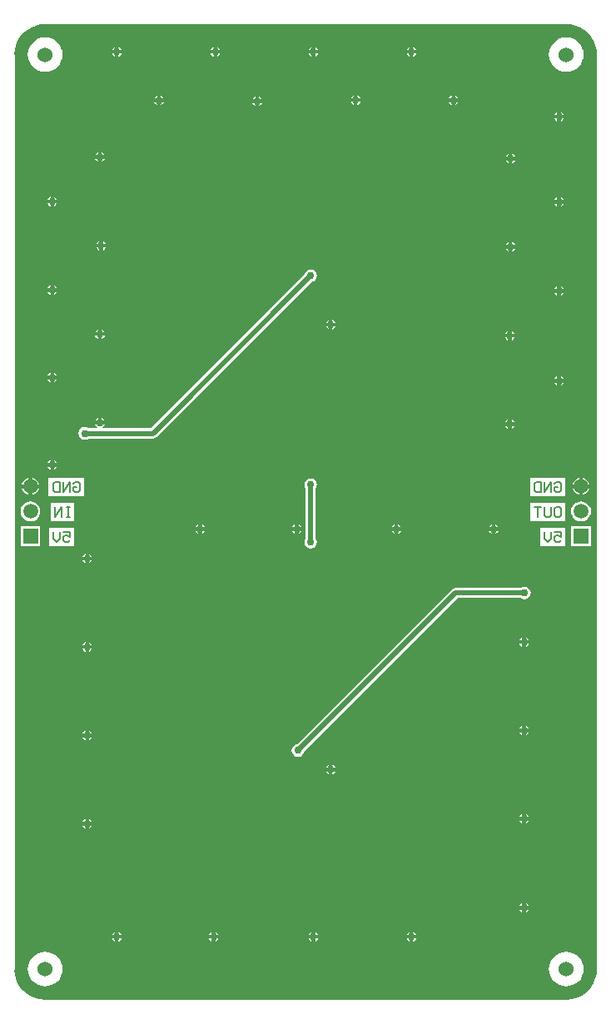
<source format=gbl>
G04*
G04 #@! TF.GenerationSoftware,Altium Limited,Altium Designer,20.2.6 (244)*
G04*
G04 Layer_Physical_Order=2*
G04 Layer_Color=16711680*
%FSLAX25Y25*%
%MOIN*%
G70*
G04*
G04 #@! TF.SameCoordinates,5A4684AA-0BDD-4268-B9F4-3C1D46E6F2CF*
G04*
G04*
G04 #@! TF.FilePolarity,Positive*
G04*
G01*
G75*
%ADD12C,0.02000*%
%ADD34C,0.05906*%
%ADD35R,0.05906X0.05906*%
%ADD36C,0.06000*%
%ADD37C,0.03000*%
%ADD38C,0.00700*%
G36*
X224360Y392038D02*
X226232Y391588D01*
X228010Y390851D01*
X229651Y389846D01*
X231115Y388596D01*
X232365Y387132D01*
X233371Y385490D01*
X234108Y383712D01*
X234557Y381840D01*
X234692Y380128D01*
X234651Y379921D01*
Y13780D01*
X234692Y13573D01*
X234557Y11861D01*
X234108Y9989D01*
X233371Y8210D01*
X232365Y6569D01*
X231115Y5105D01*
X229651Y3855D01*
X228010Y2849D01*
X226232Y2113D01*
X224360Y1663D01*
X222648Y1528D01*
X222441Y1570D01*
X13780D01*
X13573Y1528D01*
X11861Y1663D01*
X9989Y2113D01*
X8210Y2849D01*
X6569Y3855D01*
X5105Y5105D01*
X3855Y6569D01*
X2849Y8210D01*
X2113Y9989D01*
X1663Y11861D01*
X1528Y13573D01*
X1570Y13780D01*
Y379921D01*
X1528Y380128D01*
X1663Y381840D01*
X2113Y383712D01*
X2849Y385490D01*
X3855Y387132D01*
X5105Y388596D01*
X6569Y389846D01*
X8210Y390851D01*
X9989Y391588D01*
X11861Y392038D01*
X13573Y392172D01*
X13780Y392131D01*
X222441D01*
X222648Y392172D01*
X224360Y392038D01*
D02*
G37*
%LPC*%
G36*
X161183Y382906D02*
Y381766D01*
X162323D01*
X162317Y381796D01*
X161875Y382458D01*
X161213Y382900D01*
X161183Y382906D01*
D02*
G37*
G36*
X159683D02*
X159653Y382900D01*
X158991Y382458D01*
X158549Y381796D01*
X158543Y381766D01*
X159683D01*
Y382906D01*
D02*
G37*
G36*
X121914D02*
Y381766D01*
X123054D01*
X123048Y381796D01*
X122606Y382458D01*
X121945Y382900D01*
X121914Y382906D01*
D02*
G37*
G36*
X120414D02*
X120384Y382900D01*
X119722Y382458D01*
X119281Y381796D01*
X119274Y381766D01*
X120414D01*
Y382906D01*
D02*
G37*
G36*
X82702D02*
Y381766D01*
X83842D01*
X83836Y381796D01*
X83394Y382458D01*
X82732Y382900D01*
X82702Y382906D01*
D02*
G37*
G36*
X81202D02*
X81172Y382900D01*
X80510Y382458D01*
X80068Y381796D01*
X80062Y381766D01*
X81202D01*
Y382906D01*
D02*
G37*
G36*
X43183D02*
Y381766D01*
X44323D01*
X44317Y381796D01*
X43875Y382458D01*
X43213Y382900D01*
X43183Y382906D01*
D02*
G37*
G36*
X41683D02*
X41653Y382900D01*
X40991Y382458D01*
X40549Y381796D01*
X40543Y381766D01*
X41683D01*
Y382906D01*
D02*
G37*
G36*
X162323Y380266D02*
X161183D01*
Y379126D01*
X161213Y379132D01*
X161875Y379574D01*
X162317Y380235D01*
X162323Y380266D01*
D02*
G37*
G36*
X159683D02*
X158543D01*
X158549Y380235D01*
X158991Y379574D01*
X159653Y379132D01*
X159683Y379126D01*
Y380266D01*
D02*
G37*
G36*
X123054D02*
X121914D01*
Y379126D01*
X121945Y379132D01*
X122606Y379574D01*
X123048Y380235D01*
X123054Y380266D01*
D02*
G37*
G36*
X120414D02*
X119274D01*
X119281Y380235D01*
X119722Y379574D01*
X120384Y379132D01*
X120414Y379126D01*
Y380266D01*
D02*
G37*
G36*
X83842D02*
X82702D01*
Y379126D01*
X82732Y379132D01*
X83394Y379574D01*
X83836Y380235D01*
X83842Y380266D01*
D02*
G37*
G36*
X81202D02*
X80062D01*
X80068Y380235D01*
X80510Y379574D01*
X81172Y379132D01*
X81202Y379126D01*
Y380266D01*
D02*
G37*
G36*
X44323D02*
X43183D01*
Y379126D01*
X43213Y379132D01*
X43875Y379574D01*
X44317Y380235D01*
X44323Y380266D01*
D02*
G37*
G36*
X41683D02*
X40543D01*
X40549Y380235D01*
X40991Y379574D01*
X41653Y379132D01*
X41683Y379126D01*
Y380266D01*
D02*
G37*
G36*
X222441Y386860D02*
X221087Y386727D01*
X219785Y386332D01*
X218586Y385691D01*
X217534Y384828D01*
X216671Y383776D01*
X216030Y382577D01*
X215635Y381275D01*
X215502Y379921D01*
X215635Y378568D01*
X216030Y377266D01*
X216671Y376066D01*
X217534Y375015D01*
X218586Y374152D01*
X219785Y373511D01*
X221087Y373116D01*
X222441Y372982D01*
X223795Y373116D01*
X225096Y373511D01*
X226296Y374152D01*
X227347Y375015D01*
X228210Y376066D01*
X228852Y377266D01*
X229246Y378568D01*
X229380Y379921D01*
X229246Y381275D01*
X228852Y382577D01*
X228210Y383776D01*
X227347Y384828D01*
X226296Y385691D01*
X225096Y386332D01*
X223795Y386727D01*
X222441Y386860D01*
D02*
G37*
G36*
X13780D02*
X12426Y386727D01*
X11124Y386332D01*
X9924Y385691D01*
X8873Y384828D01*
X8010Y383776D01*
X7369Y382577D01*
X6974Y381275D01*
X6841Y379921D01*
X6974Y378568D01*
X7369Y377266D01*
X8010Y376066D01*
X8873Y375015D01*
X9924Y374152D01*
X11124Y373511D01*
X12426Y373116D01*
X13780Y372982D01*
X15133Y373116D01*
X16435Y373511D01*
X17635Y374152D01*
X18686Y375015D01*
X19549Y376066D01*
X20190Y377266D01*
X20585Y378568D01*
X20719Y379921D01*
X20585Y381275D01*
X20190Y382577D01*
X19549Y383776D01*
X18686Y384828D01*
X17635Y385691D01*
X16435Y386332D01*
X15133Y386727D01*
X13780Y386860D01*
D02*
G37*
G36*
X138841Y363596D02*
Y362456D01*
X139980D01*
X139974Y362486D01*
X139532Y363147D01*
X138871Y363590D01*
X138841Y363596D01*
D02*
G37*
G36*
X137341D02*
X137310Y363590D01*
X136649Y363147D01*
X136207Y362486D01*
X136200Y362456D01*
X137341D01*
Y363596D01*
D02*
G37*
G36*
X178043Y363468D02*
Y362328D01*
X179183D01*
X179177Y362358D01*
X178735Y363020D01*
X178074Y363462D01*
X178043Y363468D01*
D02*
G37*
G36*
X176543D02*
X176513Y363462D01*
X175851Y363020D01*
X175409Y362358D01*
X175403Y362328D01*
X176543D01*
Y363468D01*
D02*
G37*
G36*
X60100Y363406D02*
Y362266D01*
X61240D01*
X61234Y362296D01*
X60792Y362958D01*
X60131Y363400D01*
X60100Y363406D01*
D02*
G37*
G36*
X58600D02*
X58570Y363400D01*
X57908Y362958D01*
X57466Y362296D01*
X57460Y362266D01*
X58600D01*
Y363406D01*
D02*
G37*
G36*
X99471Y363110D02*
Y361970D01*
X100610D01*
X100604Y362001D01*
X100162Y362662D01*
X99501Y363104D01*
X99471Y363110D01*
D02*
G37*
G36*
X97970D02*
X97940Y363104D01*
X97278Y362662D01*
X96837Y362001D01*
X96830Y361970D01*
X97970D01*
Y363110D01*
D02*
G37*
G36*
X139980Y360956D02*
X138841D01*
Y359816D01*
X138871Y359822D01*
X139532Y360264D01*
X139974Y360925D01*
X139980Y360956D01*
D02*
G37*
G36*
X137341D02*
X136200D01*
X136207Y360925D01*
X136649Y360264D01*
X137310Y359822D01*
X137341Y359816D01*
Y360956D01*
D02*
G37*
G36*
X179183Y360828D02*
X178043D01*
Y359688D01*
X178074Y359694D01*
X178735Y360136D01*
X179177Y360798D01*
X179183Y360828D01*
D02*
G37*
G36*
X176543D02*
X175403D01*
X175409Y360798D01*
X175851Y360136D01*
X176513Y359694D01*
X176543Y359688D01*
Y360828D01*
D02*
G37*
G36*
X61240Y360766D02*
X60100D01*
Y359626D01*
X60131Y359632D01*
X60792Y360074D01*
X61234Y360735D01*
X61240Y360766D01*
D02*
G37*
G36*
X58600D02*
X57460D01*
X57466Y360735D01*
X57908Y360074D01*
X58570Y359632D01*
X58600Y359626D01*
Y360766D01*
D02*
G37*
G36*
X100610Y360471D02*
X99471D01*
Y359331D01*
X99501Y359336D01*
X100162Y359779D01*
X100604Y360440D01*
X100610Y360471D01*
D02*
G37*
G36*
X97970D02*
X96830D01*
X96837Y360440D01*
X97278Y359779D01*
X97940Y359336D01*
X97970Y359331D01*
Y360471D01*
D02*
G37*
G36*
X220348Y357018D02*
Y355878D01*
X221488D01*
X221482Y355908D01*
X221040Y356570D01*
X220379Y357012D01*
X220348Y357018D01*
D02*
G37*
G36*
X218848D02*
X218818Y357012D01*
X218157Y356570D01*
X217715Y355908D01*
X217708Y355878D01*
X218848D01*
Y357018D01*
D02*
G37*
G36*
X221488Y354378D02*
X220348D01*
Y353238D01*
X220379Y353244D01*
X221040Y353686D01*
X221482Y354347D01*
X221488Y354378D01*
D02*
G37*
G36*
X218848D02*
X217708D01*
X217715Y354347D01*
X218157Y353686D01*
X218818Y353244D01*
X218848Y353238D01*
Y354378D01*
D02*
G37*
G36*
X36478Y340768D02*
Y339628D01*
X37618D01*
X37612Y339658D01*
X37170Y340320D01*
X36509Y340762D01*
X36478Y340768D01*
D02*
G37*
G36*
X34978D02*
X34948Y340762D01*
X34286Y340320D01*
X33844Y339658D01*
X33838Y339628D01*
X34978D01*
Y340768D01*
D02*
G37*
G36*
X200848Y340177D02*
Y339037D01*
X201988D01*
X201982Y339068D01*
X201540Y339729D01*
X200879Y340171D01*
X200848Y340177D01*
D02*
G37*
G36*
X199348D02*
X199318Y340171D01*
X198656Y339729D01*
X198214Y339068D01*
X198208Y339037D01*
X199348D01*
Y340177D01*
D02*
G37*
G36*
X37618Y338128D02*
X36478D01*
Y336988D01*
X36509Y336994D01*
X37170Y337436D01*
X37612Y338098D01*
X37618Y338128D01*
D02*
G37*
G36*
X34978D02*
X33838D01*
X33844Y338098D01*
X34286Y337436D01*
X34948Y336994D01*
X34978Y336988D01*
Y338128D01*
D02*
G37*
G36*
X201988Y337537D02*
X200848D01*
Y336397D01*
X200879Y336403D01*
X201540Y336845D01*
X201982Y337507D01*
X201988Y337537D01*
D02*
G37*
G36*
X199348D02*
X198208D01*
X198214Y337507D01*
X198656Y336845D01*
X199318Y336403D01*
X199348Y336397D01*
Y337537D01*
D02*
G37*
G36*
X17372Y322943D02*
Y321803D01*
X18512D01*
X18506Y321834D01*
X18064Y322495D01*
X17402Y322937D01*
X17372Y322943D01*
D02*
G37*
G36*
X15872D02*
X15842Y322937D01*
X15180Y322495D01*
X14738Y321834D01*
X14732Y321803D01*
X15872D01*
Y322943D01*
D02*
G37*
G36*
X220348Y322756D02*
Y321616D01*
X221488D01*
X221482Y321646D01*
X221040Y322308D01*
X220379Y322750D01*
X220348Y322756D01*
D02*
G37*
G36*
X218848D02*
X218818Y322750D01*
X218157Y322308D01*
X217715Y321646D01*
X217708Y321616D01*
X218848D01*
Y322756D01*
D02*
G37*
G36*
X18512Y320303D02*
X17372D01*
Y319163D01*
X17402Y319169D01*
X18064Y319611D01*
X18506Y320273D01*
X18512Y320303D01*
D02*
G37*
G36*
X15872D02*
X14732D01*
X14738Y320273D01*
X15180Y319611D01*
X15842Y319169D01*
X15872Y319163D01*
Y320303D01*
D02*
G37*
G36*
X221488Y320116D02*
X220348D01*
Y318976D01*
X220379Y318982D01*
X221040Y319424D01*
X221482Y320086D01*
X221488Y320116D01*
D02*
G37*
G36*
X218848D02*
X217708D01*
X217715Y320086D01*
X218157Y319424D01*
X218818Y318982D01*
X218848Y318976D01*
Y320116D01*
D02*
G37*
G36*
X36872Y305335D02*
Y304195D01*
X38012D01*
X38006Y304225D01*
X37564Y304887D01*
X36902Y305329D01*
X36872Y305335D01*
D02*
G37*
G36*
X35372D02*
X35342Y305329D01*
X34680Y304887D01*
X34238Y304225D01*
X34232Y304195D01*
X35372D01*
Y305335D01*
D02*
G37*
G36*
X200848Y304744D02*
Y303604D01*
X201988D01*
X201982Y303635D01*
X201540Y304296D01*
X200879Y304738D01*
X200848Y304744D01*
D02*
G37*
G36*
X199348D02*
X199318Y304738D01*
X198656Y304296D01*
X198214Y303635D01*
X198208Y303604D01*
X199348D01*
Y304744D01*
D02*
G37*
G36*
X38012Y302695D02*
X36872D01*
Y301555D01*
X36902Y301561D01*
X37564Y302003D01*
X38006Y302664D01*
X38012Y302695D01*
D02*
G37*
G36*
X35372D02*
X34232D01*
X34238Y302664D01*
X34680Y302003D01*
X35342Y301561D01*
X35372Y301555D01*
Y302695D01*
D02*
G37*
G36*
X201988Y302104D02*
X200848D01*
Y300964D01*
X200879Y300970D01*
X201540Y301412D01*
X201982Y302074D01*
X201988Y302104D01*
D02*
G37*
G36*
X199348D02*
X198208D01*
X198214Y302074D01*
X198656Y301412D01*
X199318Y300970D01*
X199348Y300964D01*
Y302104D01*
D02*
G37*
G36*
X17372Y287510D02*
Y286370D01*
X18512D01*
X18506Y286401D01*
X18064Y287062D01*
X17402Y287504D01*
X17372Y287510D01*
D02*
G37*
G36*
X15872D02*
X15842Y287504D01*
X15180Y287062D01*
X14738Y286401D01*
X14732Y286370D01*
X15872D01*
Y287510D01*
D02*
G37*
G36*
X220348Y287213D02*
Y286073D01*
X221488D01*
X221482Y286103D01*
X221040Y286765D01*
X220379Y287207D01*
X220348Y287213D01*
D02*
G37*
G36*
X218848D02*
X218818Y287207D01*
X218157Y286765D01*
X217715Y286103D01*
X217708Y286073D01*
X218848D01*
Y287213D01*
D02*
G37*
G36*
X18512Y284870D02*
X17372D01*
Y283730D01*
X17402Y283736D01*
X18064Y284178D01*
X18506Y284840D01*
X18512Y284870D01*
D02*
G37*
G36*
X15872D02*
X14732D01*
X14738Y284840D01*
X15180Y284178D01*
X15842Y283736D01*
X15872Y283730D01*
Y284870D01*
D02*
G37*
G36*
X221488Y284573D02*
X220348D01*
Y283433D01*
X220379Y283439D01*
X221040Y283881D01*
X221482Y284542D01*
X221488Y284573D01*
D02*
G37*
G36*
X218848D02*
X217708D01*
X217715Y284542D01*
X218157Y283881D01*
X218818Y283439D01*
X218848Y283433D01*
Y284573D01*
D02*
G37*
G36*
X128860Y273701D02*
Y272561D01*
X130000D01*
X129994Y272591D01*
X129552Y273253D01*
X128891Y273695D01*
X128860Y273701D01*
D02*
G37*
G36*
X127360D02*
X127330Y273695D01*
X126668Y273253D01*
X126226Y272591D01*
X126220Y272561D01*
X127360D01*
Y273701D01*
D02*
G37*
G36*
X130000Y271061D02*
X128860D01*
Y269921D01*
X128891Y269927D01*
X129552Y270369D01*
X129994Y271031D01*
X130000Y271061D01*
D02*
G37*
G36*
X127360D02*
X126220D01*
X126226Y271031D01*
X126668Y270369D01*
X127330Y269927D01*
X127360Y269921D01*
Y271061D01*
D02*
G37*
G36*
X36478Y269902D02*
Y268762D01*
X37618D01*
X37612Y268792D01*
X37170Y269454D01*
X36509Y269896D01*
X36478Y269902D01*
D02*
G37*
G36*
X34978D02*
X34948Y269896D01*
X34286Y269454D01*
X33844Y268792D01*
X33838Y268762D01*
X34978D01*
Y269902D01*
D02*
G37*
G36*
X200553Y269311D02*
Y268171D01*
X201693D01*
X201687Y268202D01*
X201245Y268863D01*
X200584Y269305D01*
X200553Y269311D01*
D02*
G37*
G36*
X199053D02*
X199023Y269305D01*
X198361Y268863D01*
X197919Y268202D01*
X197913Y268171D01*
X199053D01*
Y269311D01*
D02*
G37*
G36*
X37618Y267262D02*
X36478D01*
Y266122D01*
X36509Y266128D01*
X37170Y266570D01*
X37612Y267231D01*
X37618Y267262D01*
D02*
G37*
G36*
X34978D02*
X33838D01*
X33844Y267231D01*
X34286Y266570D01*
X34948Y266128D01*
X34978Y266122D01*
Y267262D01*
D02*
G37*
G36*
X201693Y266671D02*
X200553D01*
Y265531D01*
X200584Y265537D01*
X201245Y265979D01*
X201687Y266641D01*
X201693Y266671D01*
D02*
G37*
G36*
X199053D02*
X197913D01*
X197919Y266641D01*
X198361Y265979D01*
X199023Y265537D01*
X199053Y265531D01*
Y266671D01*
D02*
G37*
G36*
X17372Y252453D02*
Y251313D01*
X18512D01*
X18506Y251344D01*
X18064Y252005D01*
X17402Y252447D01*
X17372Y252453D01*
D02*
G37*
G36*
X15872D02*
X15842Y252447D01*
X15180Y252005D01*
X14738Y251344D01*
X14732Y251313D01*
X15872D01*
Y252453D01*
D02*
G37*
G36*
X220348Y251140D02*
Y250000D01*
X221488D01*
X221482Y250030D01*
X221040Y250692D01*
X220379Y251134D01*
X220348Y251140D01*
D02*
G37*
G36*
X218848D02*
X218818Y251134D01*
X218157Y250692D01*
X217715Y250030D01*
X217708Y250000D01*
X218848D01*
Y251140D01*
D02*
G37*
G36*
X18512Y249813D02*
X17372D01*
Y248673D01*
X17402Y248679D01*
X18064Y249121D01*
X18506Y249783D01*
X18512Y249813D01*
D02*
G37*
G36*
X15872D02*
X14732D01*
X14738Y249783D01*
X15180Y249121D01*
X15842Y248679D01*
X15872Y248673D01*
Y249813D01*
D02*
G37*
G36*
X221488Y248500D02*
X220348D01*
Y247360D01*
X220379Y247366D01*
X221040Y247808D01*
X221482Y248470D01*
X221488Y248500D01*
D02*
G37*
G36*
X218848D02*
X217708D01*
X217715Y248470D01*
X218157Y247808D01*
X218818Y247366D01*
X218848Y247360D01*
Y248500D01*
D02*
G37*
G36*
X36478Y234469D02*
Y233329D01*
X37618D01*
X37612Y233359D01*
X37170Y234021D01*
X36509Y234463D01*
X36478Y234469D01*
D02*
G37*
G36*
X34978D02*
X34948Y234463D01*
X34286Y234021D01*
X33844Y233359D01*
X33838Y233329D01*
X34978D01*
Y234469D01*
D02*
G37*
G36*
X200553Y233878D02*
Y232738D01*
X201693D01*
X201687Y232769D01*
X201245Y233430D01*
X200584Y233872D01*
X200553Y233878D01*
D02*
G37*
G36*
X199053D02*
X199023Y233872D01*
X198361Y233430D01*
X197919Y232769D01*
X197913Y232738D01*
X199053D01*
Y233878D01*
D02*
G37*
G36*
X120079Y293888D02*
X119103Y293693D01*
X118276Y293141D01*
X117724Y292314D01*
X117613Y291757D01*
X56147Y230291D01*
X36805D01*
X36653Y230791D01*
X37170Y231137D01*
X37612Y231798D01*
X37618Y231829D01*
X33838D01*
X33844Y231798D01*
X34286Y231137D01*
X34804Y230791D01*
X34652Y230291D01*
X31070D01*
X30597Y230607D01*
X29622Y230801D01*
X28647Y230607D01*
X27820Y230054D01*
X27267Y229227D01*
X27073Y228252D01*
X27267Y227276D01*
X27820Y226450D01*
X28647Y225897D01*
X29622Y225703D01*
X30597Y225897D01*
X31070Y226213D01*
X56992D01*
X57772Y226368D01*
X58434Y226810D01*
X120497Y288873D01*
X121054Y288984D01*
X121881Y289536D01*
X122434Y290363D01*
X122628Y291339D01*
X122434Y292314D01*
X121881Y293141D01*
X121054Y293693D01*
X120079Y293888D01*
D02*
G37*
G36*
X201693Y231238D02*
X200553D01*
Y230098D01*
X200584Y230104D01*
X201245Y230546D01*
X201687Y231208D01*
X201693Y231238D01*
D02*
G37*
G36*
X199053D02*
X197913D01*
X197919Y231208D01*
X198361Y230546D01*
X199023Y230104D01*
X199053Y230098D01*
Y231238D01*
D02*
G37*
G36*
X17372Y217551D02*
Y216411D01*
X18512D01*
X18506Y216442D01*
X18064Y217103D01*
X17402Y217545D01*
X17372Y217551D01*
D02*
G37*
G36*
X15872D02*
X15842Y217545D01*
X15180Y217103D01*
X14738Y216442D01*
X14732Y216411D01*
X15872D01*
Y217551D01*
D02*
G37*
G36*
X18512Y214911D02*
X17372D01*
Y213771D01*
X17402Y213777D01*
X18064Y214219D01*
X18506Y214881D01*
X18512Y214911D01*
D02*
G37*
G36*
X15872D02*
X14732D01*
X14738Y214881D01*
X15180Y214219D01*
X15842Y213777D01*
X15872Y213771D01*
Y214911D01*
D02*
G37*
G36*
X229097Y210392D02*
Y207758D01*
X231730D01*
X231710Y207909D01*
X231362Y208749D01*
X230809Y209470D01*
X230088Y210024D01*
X229248Y210372D01*
X229097Y210392D01*
D02*
G37*
G36*
X8624D02*
Y207758D01*
X11258D01*
X11238Y207909D01*
X10890Y208749D01*
X10336Y209470D01*
X9615Y210024D01*
X8775Y210372D01*
X8624Y210392D01*
D02*
G37*
G36*
X7124Y210392D02*
X6973Y210372D01*
X6133Y210024D01*
X5412Y209470D01*
X4858Y208749D01*
X4510Y207909D01*
X4490Y207758D01*
X7124D01*
Y210392D01*
D02*
G37*
G36*
X227596D02*
X227445Y210372D01*
X226605Y210024D01*
X225884Y209470D01*
X225330Y208749D01*
X224983Y207909D01*
X224963Y207758D01*
X227596D01*
Y210392D01*
D02*
G37*
G36*
X231730Y206258D02*
X229097D01*
Y203624D01*
X229248Y203644D01*
X230088Y203992D01*
X230809Y204545D01*
X231362Y205267D01*
X231710Y206106D01*
X231730Y206258D01*
D02*
G37*
G36*
X11258D02*
X8624D01*
Y203624D01*
X8775Y203644D01*
X9615Y203992D01*
X10336Y204545D01*
X10890Y205267D01*
X11238Y206106D01*
X11258Y206258D01*
D02*
G37*
G36*
X227596D02*
X224963D01*
X224983Y206106D01*
X225330Y205267D01*
X225884Y204545D01*
X226605Y203992D01*
X227445Y203644D01*
X227596Y203624D01*
Y206258D01*
D02*
G37*
G36*
X7124D02*
X4490D01*
X4510Y206106D01*
X4858Y205267D01*
X5412Y204545D01*
X6133Y203992D01*
X6973Y203644D01*
X7124Y203624D01*
Y206258D01*
D02*
G37*
G36*
X222172Y210423D02*
X208109D01*
Y203024D01*
X222172D01*
Y210423D01*
D02*
G37*
G36*
X29259D02*
X15196D01*
Y203024D01*
X29259D01*
Y210423D01*
D02*
G37*
G36*
X222172Y200423D02*
X208109D01*
Y193024D01*
X222172D01*
Y200423D01*
D02*
G37*
G36*
X25322D02*
X15924D01*
Y193024D01*
X25322D01*
Y200423D01*
D02*
G37*
G36*
X228346Y200995D02*
X227315Y200859D01*
X226353Y200461D01*
X225527Y199827D01*
X224894Y199001D01*
X224495Y198040D01*
X224360Y197008D01*
X224495Y195976D01*
X224894Y195014D01*
X225527Y194189D01*
X226353Y193555D01*
X227315Y193157D01*
X228346Y193021D01*
X229378Y193157D01*
X230340Y193555D01*
X231166Y194189D01*
X231799Y195014D01*
X232197Y195976D01*
X232333Y197008D01*
X232197Y198040D01*
X231799Y199001D01*
X231166Y199827D01*
X230340Y200461D01*
X229378Y200859D01*
X228346Y200995D01*
D02*
G37*
G36*
X7874D02*
X6842Y200859D01*
X5881Y200461D01*
X5055Y199827D01*
X4421Y199001D01*
X4023Y198040D01*
X3887Y197008D01*
X4023Y195976D01*
X4421Y195014D01*
X5055Y194189D01*
X5881Y193555D01*
X6842Y193157D01*
X7874Y193021D01*
X8906Y193157D01*
X9867Y193555D01*
X10693Y194189D01*
X11327Y195014D01*
X11725Y195976D01*
X11861Y197008D01*
X11725Y198040D01*
X11327Y199001D01*
X10693Y199827D01*
X9867Y200461D01*
X8906Y200859D01*
X7874Y200995D01*
D02*
G37*
G36*
X194080Y191740D02*
Y190600D01*
X195220D01*
X195214Y190631D01*
X194772Y191292D01*
X194110Y191734D01*
X194080Y191740D01*
D02*
G37*
G36*
X192580D02*
X192549Y191734D01*
X191888Y191292D01*
X191446Y190631D01*
X191440Y190600D01*
X192580D01*
Y191740D01*
D02*
G37*
G36*
X155167D02*
Y190600D01*
X156307D01*
X156301Y190631D01*
X155859Y191292D01*
X155198Y191734D01*
X155167Y191740D01*
D02*
G37*
G36*
X153667D02*
X153637Y191734D01*
X152975Y191292D01*
X152533Y190631D01*
X152527Y190600D01*
X153667D01*
Y191740D01*
D02*
G37*
G36*
X115335D02*
Y190600D01*
X116475D01*
X116469Y190631D01*
X116027Y191292D01*
X115365Y191734D01*
X115335Y191740D01*
D02*
G37*
G36*
X113835D02*
X113804Y191734D01*
X113143Y191292D01*
X112701Y190631D01*
X112695Y190600D01*
X113835D01*
Y191740D01*
D02*
G37*
G36*
X76537D02*
Y190600D01*
X77677D01*
X77671Y190631D01*
X77229Y191292D01*
X76568Y191734D01*
X76537Y191740D01*
D02*
G37*
G36*
X75037D02*
X75007Y191734D01*
X74345Y191292D01*
X73903Y190631D01*
X73897Y190600D01*
X75037D01*
Y191740D01*
D02*
G37*
G36*
X195220Y189100D02*
X194080D01*
Y187960D01*
X194110Y187966D01*
X194772Y188409D01*
X195214Y189070D01*
X195220Y189100D01*
D02*
G37*
G36*
X192580D02*
X191440D01*
X191446Y189070D01*
X191888Y188409D01*
X192549Y187966D01*
X192580Y187960D01*
Y189100D01*
D02*
G37*
G36*
X156307D02*
X155167D01*
Y187960D01*
X155198Y187966D01*
X155859Y188409D01*
X156301Y189070D01*
X156307Y189100D01*
D02*
G37*
G36*
X153667D02*
X152527D01*
X152533Y189070D01*
X152975Y188409D01*
X153637Y187966D01*
X153667Y187960D01*
Y189100D01*
D02*
G37*
G36*
X116475D02*
X115335D01*
Y187960D01*
X115365Y187966D01*
X116027Y188409D01*
X116469Y189070D01*
X116475Y189100D01*
D02*
G37*
G36*
X113835D02*
X112695D01*
X112701Y189070D01*
X113143Y188409D01*
X113804Y187966D01*
X113835Y187960D01*
Y189100D01*
D02*
G37*
G36*
X77677D02*
X76537D01*
Y187960D01*
X76568Y187966D01*
X77229Y188409D01*
X77671Y189070D01*
X77677Y189100D01*
D02*
G37*
G36*
X75037D02*
X73897D01*
X73903Y189070D01*
X74345Y188409D01*
X75007Y187966D01*
X75037Y187960D01*
Y189100D01*
D02*
G37*
G36*
X232299Y190961D02*
X224394D01*
Y183055D01*
X232299D01*
Y190961D01*
D02*
G37*
G36*
X11827D02*
X3921D01*
Y183055D01*
X11827D01*
Y190961D01*
D02*
G37*
G36*
X222172Y190423D02*
X212108D01*
Y183024D01*
X222172D01*
Y190423D01*
D02*
G37*
G36*
X25322D02*
X15258D01*
Y183024D01*
X25322D01*
Y190423D01*
D02*
G37*
G36*
X120079Y210226D02*
X119103Y210032D01*
X118276Y209480D01*
X117724Y208653D01*
X117530Y207677D01*
X117724Y206702D01*
X118040Y206229D01*
Y186172D01*
X117724Y185700D01*
X117530Y184724D01*
X117724Y183749D01*
X118276Y182922D01*
X119103Y182369D01*
X120079Y182175D01*
X121054Y182369D01*
X121881Y182922D01*
X122434Y183749D01*
X122628Y184724D01*
X122434Y185700D01*
X122118Y186172D01*
Y206229D01*
X122434Y206702D01*
X122628Y207677D01*
X122434Y208653D01*
X121881Y209480D01*
X121054Y210032D01*
X120079Y210226D01*
D02*
G37*
G36*
X31372Y180040D02*
Y178900D01*
X32512D01*
X32506Y178930D01*
X32064Y179592D01*
X31402Y180034D01*
X31372Y180040D01*
D02*
G37*
G36*
X29872D02*
X29842Y180034D01*
X29180Y179592D01*
X28738Y178930D01*
X28732Y178900D01*
X29872D01*
Y180040D01*
D02*
G37*
G36*
X32512Y177400D02*
X31372D01*
Y176260D01*
X31402Y176266D01*
X32064Y176708D01*
X32506Y177369D01*
X32512Y177400D01*
D02*
G37*
G36*
X29872D02*
X28732D01*
X28738Y177369D01*
X29180Y176708D01*
X29842Y176266D01*
X29872Y176260D01*
Y177400D01*
D02*
G37*
G36*
X205709Y166919D02*
X204733Y166725D01*
X204261Y166409D01*
X178150D01*
X177369Y166254D01*
X176708Y165812D01*
X114629Y103734D01*
X114072Y103623D01*
X113245Y103070D01*
X112692Y102243D01*
X112498Y101268D01*
X112692Y100292D01*
X113245Y99465D01*
X114072Y98913D01*
X115047Y98719D01*
X116023Y98913D01*
X116850Y99465D01*
X117402Y100292D01*
X117513Y100850D01*
X178994Y162331D01*
X204261D01*
X204733Y162015D01*
X205709Y161821D01*
X206684Y162015D01*
X207511Y162568D01*
X208064Y163395D01*
X208258Y164370D01*
X208064Y165346D01*
X207511Y166173D01*
X206684Y166725D01*
X205709Y166919D01*
D02*
G37*
G36*
X206348Y146575D02*
Y145435D01*
X207488D01*
X207482Y145465D01*
X207040Y146127D01*
X206379Y146569D01*
X206348Y146575D01*
D02*
G37*
G36*
X204848D02*
X204818Y146569D01*
X204156Y146127D01*
X203714Y145465D01*
X203708Y145435D01*
X204848D01*
Y146575D01*
D02*
G37*
G36*
X31372Y144606D02*
Y143466D01*
X32512D01*
X32506Y143497D01*
X32064Y144158D01*
X31402Y144600D01*
X31372Y144606D01*
D02*
G37*
G36*
X29872D02*
X29842Y144600D01*
X29180Y144158D01*
X28738Y143497D01*
X28732Y143466D01*
X29872D01*
Y144606D01*
D02*
G37*
G36*
X207488Y143935D02*
X206348D01*
Y142795D01*
X206379Y142801D01*
X207040Y143243D01*
X207482Y143905D01*
X207488Y143935D01*
D02*
G37*
G36*
X204848D02*
X203708D01*
X203714Y143905D01*
X204156Y143243D01*
X204818Y142801D01*
X204848Y142795D01*
Y143935D01*
D02*
G37*
G36*
X32512Y141966D02*
X31372D01*
Y140826D01*
X31402Y140833D01*
X32064Y141275D01*
X32506Y141936D01*
X32512Y141966D01*
D02*
G37*
G36*
X29872D02*
X28732D01*
X28738Y141936D01*
X29180Y141275D01*
X29842Y140833D01*
X29872Y140826D01*
Y141966D01*
D02*
G37*
G36*
X206348Y111142D02*
Y110002D01*
X207488D01*
X207482Y110032D01*
X207040Y110694D01*
X206379Y111136D01*
X206348Y111142D01*
D02*
G37*
G36*
X204848D02*
X204818Y111136D01*
X204156Y110694D01*
X203714Y110032D01*
X203708Y110002D01*
X204848D01*
Y111142D01*
D02*
G37*
G36*
X31372Y109174D02*
Y108034D01*
X32512D01*
X32506Y108064D01*
X32064Y108725D01*
X31402Y109167D01*
X31372Y109174D01*
D02*
G37*
G36*
X29872D02*
X29842Y109167D01*
X29180Y108725D01*
X28738Y108064D01*
X28732Y108034D01*
X29872D01*
Y109174D01*
D02*
G37*
G36*
X207488Y108502D02*
X206348D01*
Y107362D01*
X206379Y107368D01*
X207040Y107810D01*
X207482Y108472D01*
X207488Y108502D01*
D02*
G37*
G36*
X204848D02*
X203708D01*
X203714Y108472D01*
X204156Y107810D01*
X204818Y107368D01*
X204848Y107362D01*
Y108502D01*
D02*
G37*
G36*
X32512Y106534D02*
X31372D01*
Y105394D01*
X31402Y105400D01*
X32064Y105842D01*
X32506Y106503D01*
X32512Y106534D01*
D02*
G37*
G36*
X29872D02*
X28732D01*
X28738Y106503D01*
X29180Y105842D01*
X29842Y105400D01*
X29872Y105394D01*
Y106534D01*
D02*
G37*
G36*
X128860Y95551D02*
Y94411D01*
X130000D01*
X129994Y94442D01*
X129552Y95103D01*
X128891Y95545D01*
X128860Y95551D01*
D02*
G37*
G36*
X127360D02*
X127330Y95545D01*
X126668Y95103D01*
X126226Y94442D01*
X126220Y94411D01*
X127360D01*
Y95551D01*
D02*
G37*
G36*
X130000Y92911D02*
X128860D01*
Y91771D01*
X128891Y91777D01*
X129552Y92220D01*
X129994Y92881D01*
X130000Y92911D01*
D02*
G37*
G36*
X127360D02*
X126220D01*
X126226Y92881D01*
X126668Y92220D01*
X127330Y91777D01*
X127360Y91771D01*
Y92911D01*
D02*
G37*
G36*
X206348Y75819D02*
Y74679D01*
X207488D01*
X207482Y74709D01*
X207040Y75371D01*
X206379Y75813D01*
X206348Y75819D01*
D02*
G37*
G36*
X204848D02*
X204818Y75813D01*
X204156Y75371D01*
X203714Y74709D01*
X203708Y74679D01*
X204848D01*
Y75819D01*
D02*
G37*
G36*
X31372Y73740D02*
Y72600D01*
X32512D01*
X32506Y72631D01*
X32064Y73292D01*
X31402Y73734D01*
X31372Y73740D01*
D02*
G37*
G36*
X29872D02*
X29842Y73734D01*
X29180Y73292D01*
X28738Y72631D01*
X28732Y72600D01*
X29872D01*
Y73740D01*
D02*
G37*
G36*
X207488Y73179D02*
X206348D01*
Y72039D01*
X206379Y72045D01*
X207040Y72487D01*
X207482Y73149D01*
X207488Y73179D01*
D02*
G37*
G36*
X204848D02*
X203708D01*
X203714Y73149D01*
X204156Y72487D01*
X204818Y72045D01*
X204848Y72039D01*
Y73179D01*
D02*
G37*
G36*
X32512Y71100D02*
X31372D01*
Y69960D01*
X31402Y69966D01*
X32064Y70408D01*
X32506Y71070D01*
X32512Y71100D01*
D02*
G37*
G36*
X29872D02*
X28732D01*
X28738Y71070D01*
X29180Y70408D01*
X29842Y69966D01*
X29872Y69960D01*
Y71100D01*
D02*
G37*
G36*
X206348Y40166D02*
Y39026D01*
X207488D01*
X207482Y39056D01*
X207040Y39718D01*
X206379Y40160D01*
X206348Y40166D01*
D02*
G37*
G36*
X204848D02*
X204818Y40160D01*
X204156Y39718D01*
X203714Y39056D01*
X203708Y39026D01*
X204848D01*
Y40166D01*
D02*
G37*
G36*
X207488Y37526D02*
X206348D01*
Y36386D01*
X206379Y36392D01*
X207040Y36834D01*
X207482Y37495D01*
X207488Y37526D01*
D02*
G37*
G36*
X204848D02*
X203708D01*
X203714Y37495D01*
X204156Y36834D01*
X204818Y36392D01*
X204848Y36386D01*
Y37526D01*
D02*
G37*
G36*
X161183Y28575D02*
Y27435D01*
X162323D01*
X162317Y27465D01*
X161875Y28127D01*
X161213Y28569D01*
X161183Y28575D01*
D02*
G37*
G36*
X159683D02*
X159653Y28569D01*
X158991Y28127D01*
X158549Y27465D01*
X158543Y27435D01*
X159683D01*
Y28575D01*
D02*
G37*
G36*
X121923D02*
Y27435D01*
X123063D01*
X123057Y27465D01*
X122615Y28127D01*
X121954Y28569D01*
X121923Y28575D01*
D02*
G37*
G36*
X120423D02*
X120393Y28569D01*
X119731Y28127D01*
X119289Y27465D01*
X119283Y27435D01*
X120423D01*
Y28575D01*
D02*
G37*
G36*
X82025D02*
Y27435D01*
X83165D01*
X83159Y27465D01*
X82717Y28127D01*
X82055Y28569D01*
X82025Y28575D01*
D02*
G37*
G36*
X80525D02*
X80494Y28569D01*
X79833Y28127D01*
X79391Y27465D01*
X79385Y27435D01*
X80525D01*
Y28575D01*
D02*
G37*
G36*
X43183D02*
Y27435D01*
X44323D01*
X44317Y27465D01*
X43875Y28127D01*
X43213Y28569D01*
X43183Y28575D01*
D02*
G37*
G36*
X41683D02*
X41653Y28569D01*
X40991Y28127D01*
X40549Y27465D01*
X40543Y27435D01*
X41683D01*
Y28575D01*
D02*
G37*
G36*
X162323Y25935D02*
X161183D01*
Y24795D01*
X161213Y24801D01*
X161875Y25243D01*
X162317Y25905D01*
X162323Y25935D01*
D02*
G37*
G36*
X159683D02*
X158543D01*
X158549Y25905D01*
X158991Y25243D01*
X159653Y24801D01*
X159683Y24795D01*
Y25935D01*
D02*
G37*
G36*
X123063D02*
X121923D01*
Y24795D01*
X121954Y24801D01*
X122615Y25243D01*
X123057Y25905D01*
X123063Y25935D01*
D02*
G37*
G36*
X120423D02*
X119283D01*
X119289Y25905D01*
X119731Y25243D01*
X120393Y24801D01*
X120423Y24795D01*
Y25935D01*
D02*
G37*
G36*
X83165D02*
X82025D01*
Y24795D01*
X82055Y24801D01*
X82717Y25243D01*
X83159Y25905D01*
X83165Y25935D01*
D02*
G37*
G36*
X80525D02*
X79385D01*
X79391Y25905D01*
X79833Y25243D01*
X80494Y24801D01*
X80525Y24795D01*
Y25935D01*
D02*
G37*
G36*
X44323D02*
X43183D01*
Y24795D01*
X43213Y24801D01*
X43875Y25243D01*
X44317Y25905D01*
X44323Y25935D01*
D02*
G37*
G36*
X41683D02*
X40543D01*
X40549Y25905D01*
X40991Y25243D01*
X41653Y24801D01*
X41683Y24795D01*
Y25935D01*
D02*
G37*
G36*
X222441Y20719D02*
X221087Y20585D01*
X219785Y20190D01*
X218586Y19549D01*
X217534Y18686D01*
X216671Y17635D01*
X216030Y16435D01*
X215635Y15133D01*
X215502Y13780D01*
X215635Y12426D01*
X216030Y11124D01*
X216671Y9924D01*
X217534Y8873D01*
X218586Y8010D01*
X219785Y7369D01*
X221087Y6974D01*
X222441Y6841D01*
X223795Y6974D01*
X225096Y7369D01*
X226296Y8010D01*
X227347Y8873D01*
X228210Y9924D01*
X228852Y11124D01*
X229246Y12426D01*
X229380Y13780D01*
X229246Y15133D01*
X228852Y16435D01*
X228210Y17635D01*
X227347Y18686D01*
X226296Y19549D01*
X225096Y20190D01*
X223795Y20585D01*
X222441Y20719D01*
D02*
G37*
G36*
X13780D02*
X12426Y20585D01*
X11124Y20190D01*
X9924Y19549D01*
X8873Y18686D01*
X8010Y17635D01*
X7369Y16435D01*
X6974Y15133D01*
X6841Y13780D01*
X6974Y12426D01*
X7369Y11124D01*
X8010Y9924D01*
X8873Y8873D01*
X9924Y8010D01*
X11124Y7369D01*
X12426Y6974D01*
X13780Y6841D01*
X15133Y6974D01*
X16435Y7369D01*
X17635Y8010D01*
X18686Y8873D01*
X19549Y9924D01*
X20190Y11124D01*
X20585Y12426D01*
X20719Y13780D01*
X20585Y15133D01*
X20190Y16435D01*
X19549Y17635D01*
X18686Y18686D01*
X17635Y19549D01*
X16435Y20190D01*
X15133Y20585D01*
X13780Y20719D01*
D02*
G37*
%LPD*%
D12*
X120079Y184724D02*
Y207677D01*
X29622Y228252D02*
X56992D01*
X120079Y291339D01*
X178150Y164370D02*
X205709D01*
X115047Y101268D02*
X178150Y164370D01*
D34*
X228346Y207008D02*
D03*
Y197008D02*
D03*
X7874Y207008D02*
D03*
Y197008D02*
D03*
D35*
X228346Y187008D02*
D03*
X7874D02*
D03*
D36*
X222441Y379921D02*
D03*
X13780D02*
D03*
X222441Y13780D02*
D03*
X13780D02*
D03*
D37*
X128110Y271811D02*
D03*
Y93661D02*
D03*
X205598Y144685D02*
D03*
Y109252D02*
D03*
Y73929D02*
D03*
Y38276D02*
D03*
X160433Y26685D02*
D03*
X121173D02*
D03*
X81275D02*
D03*
X42433D02*
D03*
X75787Y189850D02*
D03*
X114585D02*
D03*
X193330D02*
D03*
X154417D02*
D03*
X199803Y231988D02*
D03*
X219598Y249250D02*
D03*
X199803Y267421D02*
D03*
X219598Y285323D02*
D03*
X200098Y302854D02*
D03*
X219598Y320866D02*
D03*
X200098Y338287D02*
D03*
X219598Y355128D02*
D03*
X177293Y361578D02*
D03*
X160433Y381016D02*
D03*
X138091Y361706D02*
D03*
X121164Y381016D02*
D03*
X98721Y361221D02*
D03*
X59350Y361516D02*
D03*
X81952Y381016D02*
D03*
X42433D02*
D03*
X35728Y338878D02*
D03*
X16622Y321053D02*
D03*
Y285620D02*
D03*
Y250563D02*
D03*
X36122Y303445D02*
D03*
X35728Y268012D02*
D03*
X35728Y232579D02*
D03*
X16622Y215661D02*
D03*
X30622Y71850D02*
D03*
Y107283D02*
D03*
Y142717D02*
D03*
Y178150D02*
D03*
X205709Y164370D02*
D03*
X115047Y101268D02*
D03*
X120079Y184724D02*
D03*
Y207677D02*
D03*
Y291339D02*
D03*
X29622Y228252D02*
D03*
D38*
X217807Y208057D02*
X218473Y208723D01*
X219806D01*
X220472Y208057D01*
Y205391D01*
X219806Y204724D01*
X218473D01*
X217807Y205391D01*
Y206724D01*
X219140D01*
X216474Y204724D02*
Y208723D01*
X213808Y204724D01*
Y208723D01*
X212475D02*
Y204724D01*
X210476D01*
X209809Y205391D01*
Y208057D01*
X210476Y208723D01*
X212475D01*
X217807Y188723D02*
X220472D01*
Y186724D01*
X219140Y187390D01*
X218473D01*
X217807Y186724D01*
Y185391D01*
X218473Y184724D01*
X219806D01*
X220472Y185391D01*
X216474Y188723D02*
Y186057D01*
X215141Y184724D01*
X213808Y186057D01*
Y188723D01*
X24893Y208057D02*
X25560Y208723D01*
X26893D01*
X27559Y208057D01*
Y205391D01*
X26893Y204724D01*
X25560D01*
X24893Y205391D01*
Y206724D01*
X26226D01*
X23560Y204724D02*
Y208723D01*
X20895Y204724D01*
Y208723D01*
X19562D02*
Y204724D01*
X17562D01*
X16896Y205391D01*
Y208057D01*
X17562Y208723D01*
X19562D01*
X20956Y188723D02*
X23622D01*
Y186724D01*
X22289Y187390D01*
X21623D01*
X20956Y186724D01*
Y185391D01*
X21623Y184724D01*
X22956D01*
X23622Y185391D01*
X19623Y188723D02*
Y186057D01*
X18290Y184724D01*
X16958Y186057D01*
Y188723D01*
X218473Y198723D02*
X219806D01*
X220472Y198057D01*
Y195391D01*
X219806Y194724D01*
X218473D01*
X217807Y195391D01*
Y198057D01*
X218473Y198723D01*
X216474D02*
Y195391D01*
X215807Y194724D01*
X214474D01*
X213808Y195391D01*
Y198723D01*
X212475D02*
X209809D01*
X211142D01*
Y194724D01*
X23622Y198723D02*
X22289D01*
X22956D01*
Y194724D01*
X23622D01*
X22289D01*
X20290D02*
Y198723D01*
X17624Y194724D01*
Y198723D01*
M02*

</source>
